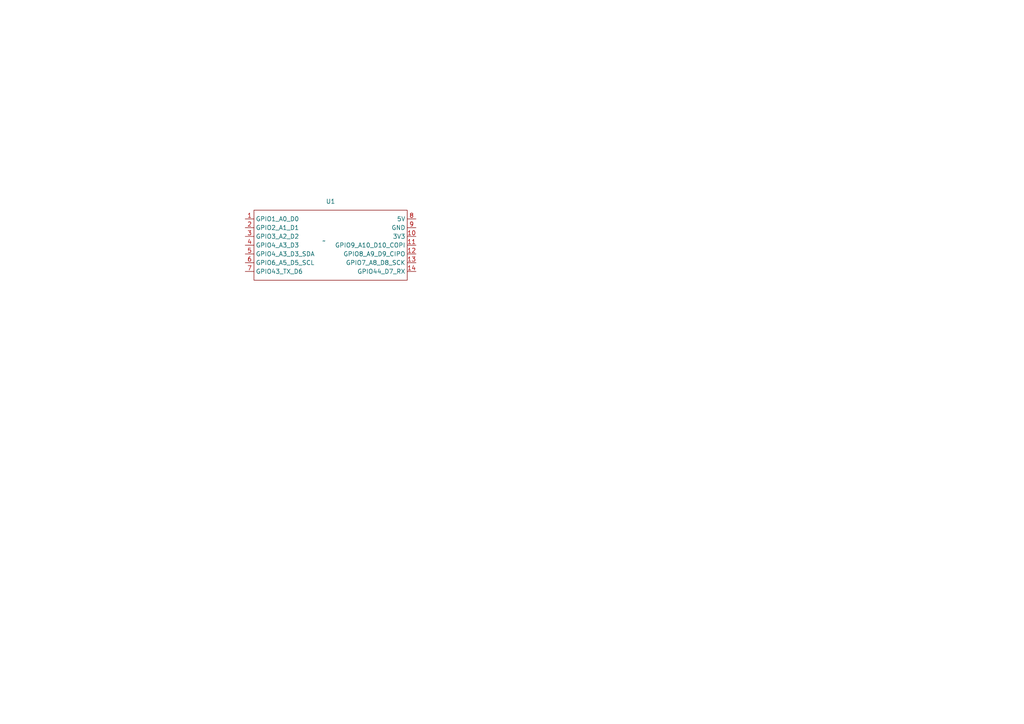
<source format=kicad_sch>
(kicad_sch (version 20230121) (generator eeschema)
  (paper "A4")
  (lib_symbols
    (symbol "esp32_sense:XIAO_ESP32_SENSE"
      (property "Reference" "U" (at 0 0 0))
      (symbol "XIAO_ESP32_SENSE_0_1"
        (polyline (pts (xy -20.32 8.89) (xy -20.32 -11.43) (xy 24.13 -11.43) (xy 24.13 8.89) (xy -20.32 8.89)))
      )
      (symbol "XIAO_ESP32_SENSE_1_1"
        (pin bidirectional line (at -22.86 6.35 0) (length 2.54) (name "GPIO1_A0_D0") (number "1"))
        (pin bidirectional line (at 26.67 1.27 180) (length 2.54) (name "3V3") (number "10"))
        (pin bidirectional line (at 26.67 -1.27 180) (length 2.54) (name "GPIO9_A10_D10_COPI") (number "11"))
        (pin bidirectional line (at 26.67 -3.81 180) (length 2.54) (name "GPIO8_A9_D9_CIPO") (number "12"))
        (pin bidirectional line (at 26.67 -6.35 180) (length 2.54) (name "GPIO7_A8_D8_SCK") (number "13"))
        (pin bidirectional line (at 26.67 -8.89 180) (length 2.54) (name "GPIO44_D7_RX") (number "14"))
        (pin bidirectional line (at -22.86 3.81 0) (length 2.54) (name "GPIO2_A1_D1") (number "2"))
        (pin bidirectional line (at -22.86 1.27 0) (length 2.54) (name "GPIO3_A2_D2") (number "3"))
        (pin bidirectional line (at -22.86 -1.27 0) (length 2.54) (name "GPIO4_A3_D3") (number "4"))
        (pin bidirectional line (at -22.86 -3.81 0) (length 2.54) (name "GPIO4_A3_D3_SDA") (number "5"))
        (pin bidirectional line (at -22.86 -6.35 0) (length 2.54) (name "GPIO6_A5_D5_SCL") (number "6"))
        (pin bidirectional line (at -22.86 -8.89 0) (length 2.54) (name "GPIO43_TX_D6") (number "7"))
        (pin bidirectional line (at 26.67 6.35 180) (length 2.54) (name "5V") (number "8"))
        (pin bidirectional line (at 26.67 3.81 180) (length 2.54) (name "GND") (number "9"))
      )
    )
  )
  (symbol (lib_id "esp32_sense:XIAO_ESP32_SENSE") (at 93.98 69.85 0) (unit 1)
    (property "Reference" "U1" (at 95.885 58.42 0))
    (property "Value" "~" (at 93.98 69.85 0))
  )
)
</source>
